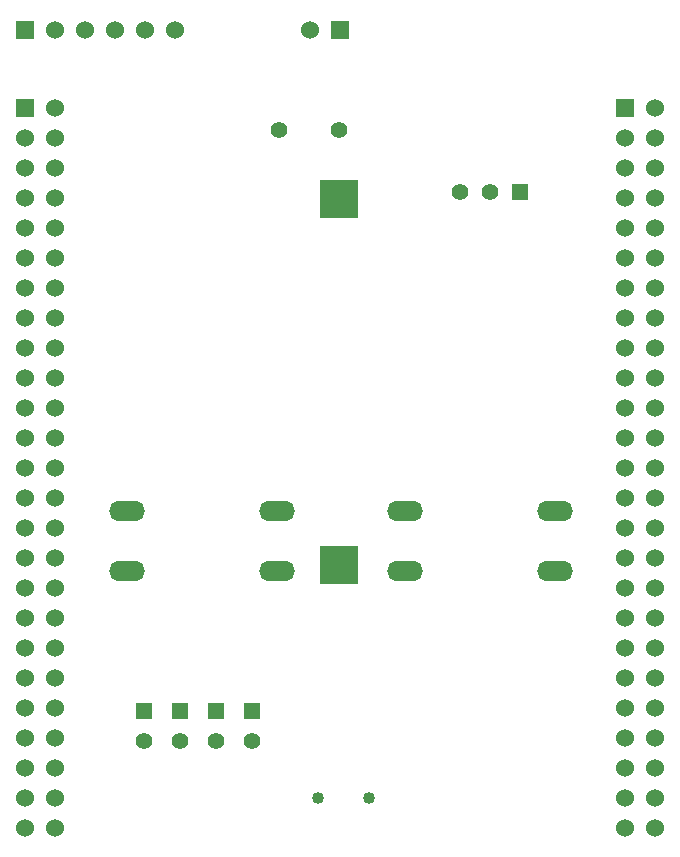
<source format=gbs>
G04 (created by PCBNEW (2013-07-07 BZR 4022)-stable) date 10/02/2014 08:40:50*
%MOIN*%
G04 Gerber Fmt 3.4, Leading zero omitted, Abs format*
%FSLAX34Y34*%
G01*
G70*
G90*
G04 APERTURE LIST*
%ADD10C,0.00590551*%
%ADD11R,0.129528X0.129528*%
%ADD12C,0.04*%
%ADD13R,0.055X0.055*%
%ADD14C,0.055*%
%ADD15R,0.06X0.06*%
%ADD16C,0.06*%
%ADD17O,0.12X0.068*%
%ADD18C,0.056*%
G04 APERTURE END LIST*
G54D10*
G54D11*
X46450Y-39853D03*
X46450Y-52046D03*
G54D12*
X45750Y-59800D03*
X47450Y-59800D03*
G54D13*
X39950Y-56900D03*
G54D14*
X39950Y-57900D03*
G54D13*
X41150Y-56900D03*
G54D14*
X41150Y-57900D03*
G54D13*
X42350Y-56900D03*
G54D14*
X42350Y-57900D03*
G54D13*
X43550Y-56900D03*
G54D14*
X43550Y-57900D03*
G54D13*
X52500Y-39600D03*
G54D14*
X51500Y-39600D03*
X50500Y-39600D03*
G54D15*
X36000Y-36800D03*
G54D16*
X37000Y-36800D03*
X36000Y-37800D03*
X37000Y-37800D03*
X36000Y-38800D03*
X37000Y-38800D03*
X36000Y-39800D03*
X37000Y-39800D03*
X36000Y-40800D03*
X37000Y-40800D03*
X36000Y-41800D03*
X37000Y-41800D03*
X36000Y-42800D03*
X37000Y-42800D03*
X36000Y-43800D03*
X37000Y-43800D03*
X36000Y-44800D03*
X37000Y-44800D03*
X36000Y-45800D03*
X37000Y-45800D03*
X36000Y-46800D03*
X37000Y-46800D03*
X36000Y-47800D03*
X37000Y-47800D03*
X36000Y-48800D03*
X37000Y-48800D03*
X36000Y-49800D03*
X37000Y-49800D03*
X36000Y-50800D03*
X37000Y-50800D03*
X36000Y-51800D03*
X37000Y-51800D03*
X36000Y-52800D03*
X37000Y-52800D03*
X36000Y-53800D03*
X37000Y-53800D03*
X36000Y-54800D03*
X37000Y-54800D03*
X36000Y-55800D03*
X37000Y-55800D03*
X36000Y-56800D03*
X37000Y-56800D03*
X36000Y-57800D03*
X37000Y-57800D03*
X36000Y-58800D03*
X37000Y-58800D03*
X36000Y-59800D03*
X37000Y-59800D03*
X36000Y-60800D03*
X37000Y-60800D03*
G54D15*
X56000Y-36800D03*
G54D16*
X57000Y-36800D03*
X56000Y-37800D03*
X57000Y-37800D03*
X56000Y-38800D03*
X57000Y-38800D03*
X56000Y-39800D03*
X57000Y-39800D03*
X56000Y-40800D03*
X57000Y-40800D03*
X56000Y-41800D03*
X57000Y-41800D03*
X56000Y-42800D03*
X57000Y-42800D03*
X56000Y-43800D03*
X57000Y-43800D03*
X56000Y-44800D03*
X57000Y-44800D03*
X56000Y-45800D03*
X57000Y-45800D03*
X56000Y-46800D03*
X57000Y-46800D03*
X56000Y-47800D03*
X57000Y-47800D03*
X56000Y-48800D03*
X57000Y-48800D03*
X56000Y-49800D03*
X57000Y-49800D03*
X56000Y-50800D03*
X57000Y-50800D03*
X56000Y-51800D03*
X57000Y-51800D03*
X56000Y-52800D03*
X57000Y-52800D03*
X56000Y-53800D03*
X57000Y-53800D03*
X56000Y-54800D03*
X57000Y-54800D03*
X56000Y-55800D03*
X57000Y-55800D03*
X56000Y-56800D03*
X57000Y-56800D03*
X56000Y-57800D03*
X57000Y-57800D03*
X56000Y-58800D03*
X57000Y-58800D03*
X56000Y-59800D03*
X57000Y-59800D03*
X56000Y-60800D03*
X57000Y-60800D03*
G54D15*
X46500Y-34200D03*
G54D16*
X45500Y-34200D03*
G54D15*
X36000Y-34200D03*
G54D16*
X37000Y-34200D03*
X38000Y-34200D03*
X39000Y-34200D03*
X40000Y-34200D03*
X41000Y-34200D03*
G54D17*
X53650Y-50250D03*
X53650Y-52250D03*
X48650Y-50250D03*
X48650Y-52250D03*
X44400Y-50250D03*
X44400Y-52250D03*
X39400Y-50250D03*
X39400Y-52250D03*
G54D18*
X44450Y-37550D03*
X46450Y-37550D03*
M02*

</source>
